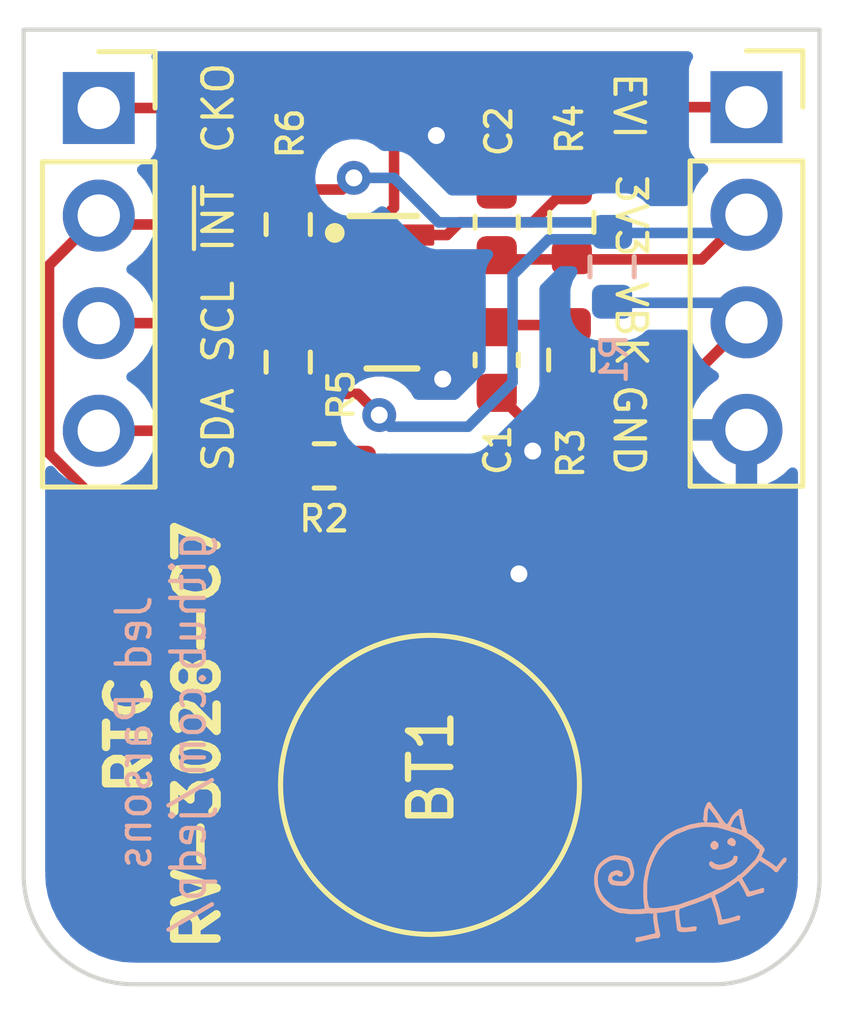
<source format=kicad_pcb>
(kicad_pcb (version 20211014) (generator pcbnew)
  (layers (0 "F.Cu" signal) (31 "B.Cu" signal) (34 "B.Paste" user) (35 "F.Paste" user) (36 "B.SilkS" user "B.Silkscreen") (37 "F.SilkS" user "F.Silkscreen") (38 "B.Mask" user) (39 "F.Mask" user) (44 "Edge.Cuts" user))
  (net 0 "")
  (net 1 "VBAK")
  (net 2 "GND")
  (net 3 "+3V3")
  (net 4 "EVI")
  (net 5 "CLKOUT")
  (net 6 "~{INT}")
  (net 7 "SCL")
  (net 8 "SDA")
  (net 9 "Net-(R3-Pad2)")
  (footprint "Resistor_SMD:R_0603_1608Metric" (layer "F.Cu") (at 145.65 91.1 -90)
    (fp_text reference "R5" (at 0.775 -1.25 90) (layer "F.SilkS") (effects (font (size 0.6 0.6) (thickness 0.1))))
    (fp_text value "10k" hide)
    (pad "1" smd roundrect (at -0.825 0 270) (size 0.8 0.95) (layers "F.Cu" "F.Paste" "F.Mask") (net 8 "SDA"))
    (pad "2" smd roundrect (at 0.825 0 270) (size 0.8 0.95) (layers "F.Cu" "F.Paste" "F.Mask") (net 3 "+3V3"))
  )
  (footprint "Resistor_SMD:R_0603_1608Metric" (layer "F.Cu") (at 152.325 91.05 90)
    (fp_text reference "R3" (at -2.2 0 90) (layer "F.SilkS") (effects (font (size 0.6 0.6) (thickness 0.1))))
    (fp_text value "1k" hide)
    (pad "1" smd roundrect (at -0.825 0 90) (size 0.8 0.95) (layers "F.Cu" "F.Paste" "F.Mask") (net 1 "VBAK"))
    (pad "2" smd roundrect (at 0.825 0 90) (size 0.8 0.95) (layers "F.Cu" "F.Paste" "F.Mask") (net 9 "Net-(R3-Pad2)"))
  )
  (footprint "Connector_PinSocket_2.54mm:PinSocket_1x04_P2.54mm_Vertical" (layer "F.Cu") (at 156.475 85.08)
    (fp_text reference "J1" hide)
    (fp_text value "Conn_01x04_Female" hide)
    (pad "1" thru_hole rect (at 0 0) (size 1.7 1.7) (drill 1) (layers *.Cu *.Mask) (net 4 "EVI"))
    (pad "2" thru_hole oval (at 0 2.54) (size 1.7 1.7) (drill 1) (layers *.Cu *.Mask) (net 3 "+3V3"))
    (pad "3" thru_hole oval (at 0 5.08) (size 1.7 1.7) (drill 1) (layers *.Cu *.Mask) (net 1 "VBAK"))
    (pad "4" thru_hole oval (at 0 7.62) (size 1.7 1.7) (drill 1) (layers *.Cu *.Mask) (net 2 "GND"))
  )
  (footprint "Capacitor_SMD:C_0603_1608Metric" (layer "F.Cu") (at 150.575 87.8 90)
    (fp_text reference "C2" (at 2.15 0.05 90) (layer "F.SilkS") (effects (font (size 0.6 0.6) (thickness 0.1))))
    (fp_text value "0.1µ" hide)
    (pad "1" smd roundrect (at -0.775 0 90) (size 0.9 0.95) (layers "F.Cu" "F.Paste" "F.Mask") (net 3 "+3V3"))
    (pad "2" smd roundrect (at 0.775 0 90) (size 0.9 0.95) (layers "F.Cu" "F.Paste" "F.Mask") (net 2 "GND"))
  )
  (footprint "Connector_PinSocket_2.54mm:PinSocket_1x04_P2.54mm_Vertical" (layer "F.Cu") (at 141.175 85.1)
    (fp_text reference "J2" hide)
    (fp_text value "Conn_01x04_Female" hide)
    (pad "1" thru_hole rect (at 0 0) (size 1.7 1.7) (drill 1) (layers *.Cu *.Mask) (net 5 "CLKOUT"))
    (pad "2" thru_hole oval (at 0 2.54) (size 1.7 1.7) (drill 1) (layers *.Cu *.Mask) (net 6 "~{INT}"))
    (pad "3" thru_hole oval (at 0 5.08) (size 1.7 1.7) (drill 1) (layers *.Cu *.Mask) (net 7 "SCL"))
    (pad "4" thru_hole oval (at 0 7.62) (size 1.7 1.7) (drill 1) (layers *.Cu *.Mask) (net 8 "SDA"))
  )
  (footprint "Capacitor_SMD:C_0603_1608Metric" (layer "F.Cu") (at 150.575 91.05 -90)
    (fp_text reference "C1" (at 2.125 -0.025 90) (layer "F.SilkS") (effects (font (size 0.6 0.6) (thickness 0.1))))
    (fp_text value "0.1µ" hide)
    (pad "1" smd roundrect (at -0.775 0 270) (size 0.9 0.95) (layers "F.Cu" "F.Paste" "F.Mask") (net 9 "Net-(R3-Pad2)"))
    (pad "2" smd roundrect (at 0.775 0 270) (size 0.9 0.95) (layers "F.Cu" "F.Paste" "F.Mask") (net 2 "GND"))
  )
  (footprint "Resistor_SMD:R_0603_1608Metric" (layer "F.Cu") (at 152.35 87.8 90)
    (fp_text reference "R4" (at 2.2 -0.05 90) (layer "F.SilkS") (effects (font (size 0.6 0.6) (thickness 0.1))))
    (fp_text value "10k" hide)
    (pad "1" smd roundrect (at -0.825 0 90) (size 0.8 0.95) (layers "F.Cu" "F.Paste" "F.Mask") (net 3 "+3V3"))
    (pad "2" smd roundrect (at 0.825 0 90) (size 0.8 0.95) (layers "F.Cu" "F.Paste" "F.Mask") (net 4 "EVI"))
  )
  (footprint "Resistor_SMD:R_0603_1608Metric" (layer "F.Cu") (at 146.5 93.55 180)
    (fp_text reference "R2" (at 0 -1.25) (layer "F.SilkS") (effects (font (size 0.6 0.6) (thickness 0.1))))
    (fp_text value "10k" hide)
    (pad "1" smd roundrect (at -0.825 0 180) (size 0.8 0.95) (layers "F.Cu" "F.Paste" "F.Mask") (net 1 "VBAK"))
    (pad "2" smd roundrect (at 0.825 0 180) (size 0.8 0.95) (layers "F.Cu" "F.Paste" "F.Mask") (net 6 "~{INT}"))
  )
  (footprint "Resistor_SMD:R_0603_1608Metric" (layer "F.Cu") (at 145.65 87.85 90)
    (fp_text reference "R6" (at 2.15 0.05 90) (layer "F.SilkS") (effects (font (size 0.6 0.6) (thickness 0.1))))
    (fp_text value "10k" hide)
    (pad "1" smd roundrect (at -0.825 0 90) (size 0.8 0.95) (layers "F.Cu" "F.Paste" "F.Mask") (net 7 "SCL"))
    (pad "2" smd roundrect (at 0.825 0 90) (size 0.8 0.95) (layers "F.Cu" "F.Paste" "F.Mask") (net 3 "+3V3"))
  )
  (footprint "RTC_Footprints:RV-3028-C7" (layer "F.Cu") (at 148.1 89.45)
    (fp_text reference "U1" hide)
    (fp_text value "RV-3028-C7" hide)
    (pad "1" smd roundrect (at -0.6 -1.35) (size 0.8 0.5) (layers "F.Cu" "F.Paste" "F.Mask") (roundrect_rratio 0.1) (net 5 "CLKOUT"))
    (pad "2" smd roundrect (at -0.6 -0.45) (size 0.8 0.5) (layers "F.Cu" "F.Paste" "F.Mask") (roundrect_rratio 0.1) (net 6 "~{INT}"))
    (pad "3" smd roundrect (at -0.6 0.45) (size 0.8 0.5) (layers "F.Cu" "F.Paste" "F.Mask") (roundrect_rratio 0.1) (net 7 "SCL"))
    (pad "4" smd roundrect (at -0.6 1.35) (size 0.8 0.5) (layers "F.Cu" "F.Paste" "F.Mask") (roundrect_rratio 0.1) (net 8 "SDA"))
    (pad "5" smd roundrect (at 0.6 1.35) (size 0.8 0.5) (layers "F.Cu" "F.Paste" "F.Mask") (roundrect_rratio 0.1) (net 2 "GND"))
    (pad "6" smd roundrect (at 0.6 0.45) (size 0.8 0.5) (layers "F.Cu" "F.Paste" "F.Mask") (roundrect_rratio 0.1) (net 9 "Net-(R3-Pad2)"))
    (pad "7" smd roundrect (at 0.6 -0.45) (size 0.8 0.5) (layers "F.Cu" "F.Paste" "F.Mask") (roundrect_rratio 0.1) (net 3 "+3V3"))
    (pad "8" smd roundrect (at 0.6 -1.35) (size 0.8 0.5) (layers "F.Cu" "F.Paste" "F.Mask") (roundrect_rratio 0.1) (net 4 "EVI"))
  )
  (footprint "Battery:BatteryHolder_Seiko_MS621F" (layer "F.Cu") (at 149 96.081898 90)
    (fp_text reference "BT1" (at -4.6 0.025 90) (layer "F.SilkS"))
    (fp_text value "MS621F")
    (pad "1" smd rect (at 0 -0.75 90) (size 2 0.8) (layers "F.Cu" "F.Paste" "F.Mask") (net 1 "VBAK"))
    (pad "2" smd rect (at 0 0.75 90) (size 2 0.8) (layers "F.Cu" "F.Paste" "F.Mask") (net 2 "GND"))
  )
  (footprint "Resistor_SMD:R_0603_1608Metric" (layer "B.Cu") (at 153.3 88.85 -90)
    (fp_text reference "R1" (at 2.175 -0.05 90) (layer "B.SilkS") (effects (font (size 0.6 0.6) (thickness 0.1)) (justify mirror)))
    (fp_text value "10k" hide)
    (pad "1" smd roundrect (at -0.825 0 270) (size 0.8 0.95) (layers "B.Cu" "B.Paste" "B.Mask") (net 3 "+3V3"))
    (pad "2" smd roundrect (at 0.825 0 270) (size 0.8 0.95) (layers "B.Cu" "B.Paste" "B.Mask") (net 1 "VBAK"))
  )
  (footprint "LOGO" (layer "B.Cu") (at 155.1 103.2 180)
    (fp_text reference "G***" hide)
    (fp_text value "LOGO" hide)
  )
  (gr_circle (center 146.75 88.05) (end 146.908114 88.05) (layer "F.SilkS") (width 0.15) (fill solid))
  (gr_line (start 139.4 83.25) (end 158.2 83.25) (layer "Edge.Cuts") (width 0.1))
  (gr_line (start 139.4 103.15) (end 139.4 83.25) (layer "Edge.Cuts") (width 0.1))
  (gr_line (start 155.8 105.79) (end 142.002674 105.79) (layer "Edge.Cuts") (width 0.1))
  (gr_line (start 158.2 83.25) (end 158.2 103.2) (layer "Edge.Cuts") (width 0.1))
  (gr_arc (start 142.002674 105.79) (mid 140.149063 105.014466) (end 139.4 103.15) (layer "Edge.Cuts") (width 0.1))
  (gr_arc (start 158.2 103.2) (mid 157.534401 104.990198) (end 155.8 105.79) (layer "Edge.Cuts") (width 0.1))
  (gr_text "Jed Parsons\ngithub.com/jedp/" (at 142.65 99.85 90) (layer "B.SilkS") (effects (font (size 0.8 0.7) (thickness 0.1)) (justify mirror)))
  (gr_text "CKO" (at 144 85.1 90) (layer "F.SilkS") (effects (font (size 0.7 0.7) (thickness 0.1))))
  (gr_text "SCL" (at 144 90.15 90) (layer "F.SilkS") (effects (font (size 0.7 0.7) (thickness 0.1))))
  (gr_text "3V3" (at 153.75 87.65 270) (layer "F.SilkS") (effects (font (size 0.7 0.7) (thickness 0.1))))
  (gr_text "EVI" (at 153.7 85.05 270) (layer "F.SilkS") (effects (font (size 0.7 0.7) (thickness 0.1))))
  (gr_text "~{INT}" (at 144 87.7 90) (layer "F.SilkS") (effects (font (size 0.7 0.7) (thickness 0.1))))
  (gr_text "VBK" (at 153.75 90.2 270) (layer "F.SilkS") (effects (font (size 0.7 0.7) (thickness 0.1))))
  (gr_text "GND" (at 153.7 92.7 270) (layer "F.SilkS") (effects (font (size 0.7 0.7) (thickness 0.1))))
  (gr_text "SDA" (at 144 92.7 90) (layer "F.SilkS") (effects (font (size 0.7 0.7) (thickness 0.1))))
  (gr_text "RTC\nRV-3028-C7" (at 142.7 99.9 90) (layer "F.SilkS") (effects (font (size 1 1) (thickness 0.2))))
  (segment (start 154.4675 92.0675) (end 154.4675 92.1675) (width 0.25) (layer "F.Cu") (net 1))
  (segment (start 152.335 94.3) (end 154.4675 92.1675) (width 0.25) (layer "F.Cu") (net 1))
  (segment (start 154.4675 92.1675) (end 154.6925 91.9425) (width 0.25) (layer "F.Cu") (net 1))
  (segment (start 154.275 91.875) (end 154.4675 92.0675) (width 0.25) (layer "F.Cu") (net 1))
  (segment (start 154.275 91.875) (end 154.625 91.875) (width 0.25) (layer "F.Cu") (net 1))
  (segment (start 148.3 94.3) (end 148.3 96.1) (width 0.25) (layer "F.Cu") (net 1))
  (segment (start 147.325 93.55) (end 147.55 93.55) (width 0.25) (layer "F.Cu") (net 1))
  (segment (start 147.55 93.55) (end 148.3 94.3) (width 0.25) (layer "F.Cu") (net 1))
  (segment (start 152.2 91.875) (end 154.275 91.875) (width 0.25) (layer "F.Cu") (net 1))
  (segment (start 154.6925 91.9425) (end 156.475 90.16) (width 0.25) (layer "F.Cu") (net 1))
  (segment (start 148.3 94.3) (end 152.335 94.3) (width 0.25) (layer "F.Cu") (net 1))
  (segment (start 154.625 91.875) (end 154.6925 91.9425) (width 0.25) (layer "F.Cu") (net 1))
  (segment (start 153.3 89.7) (end 156.015 89.7) (width 0.25) (layer "B.Cu") (net 1))
  (segment (start 156.015 89.7) (end 156.475 90.16) (width 0.25) (layer "B.Cu") (net 1))
  (segment (start 150.425 87.025) (end 149.15 85.75) (width 0.25) (layer "F.Cu") (net 2))
  (segment (start 149.6 96.1) (end 151.1 96.1) (width 0.25) (layer "F.Cu") (net 2))
  (segment (start 151.425 92.675) (end 151.425 93.2) (width 0.25) (layer "F.Cu") (net 2))
  (segment (start 150.575 91.825) (end 151.425 92.675) (width 0.25) (layer "F.Cu") (net 2))
  (segment (start 149.3 91.4) (end 148.7 90.8) (width 0.25) (layer "F.Cu") (net 2))
  (segment (start 150.45 87.025) (end 150.425 87.025) (width 0.25) (layer "F.Cu") (net 2))
  (segment (start 149.3 91.5) (end 149.3 91.4) (width 0.25) (layer "F.Cu") (net 2))
  (via (at 149.3 91.5) (size 0.8) (drill 0.4) (layers "F.Cu" "B.Cu") (net 2))
  (via (at 149.15 85.75) (size 0.8) (drill 0.4) (layers "F.Cu" "B.Cu") (net 2))
  (via (at 151.1 96.1) (size 0.8) (drill 0.4) (layers "F.Cu" "B.Cu") (net 2))
  (via (at 151.425 93.2) (size 0.8) (drill 0.4) (layers "F.Cu" "B.Cu") (net 2))
  (segment (start 145.75 87.025) (end 146.925 87.025) (width 0.25) (layer "F.Cu") (net 3))
  (segment (start 150.45 88.675) (end 149.825 88.675) (width 0.25) (layer "F.Cu") (net 3))
  (segment (start 150.45 88.675) (end 152.2 88.675) (width 0.25) (layer "F.Cu") (net 3))
  (segment (start 145.725 91.85) (end 145.65 91.925) (width 0.25) (layer "F.Cu") (net 3))
  (segment (start 147.3 91.85) (end 145.725 91.85) (width 0.25) (layer "F.Cu") (net 3))
  (segment (start 152.2 88.675) (end 155.42 88.675) (width 0.25) (layer "F.Cu") (net 3))
  (segment (start 146.925 87.025) (end 147.2 86.75) (width 0.25) (layer "F.Cu") (net 3))
  (segment (start 147.3 91.85) (end 147.775 92.325) (width 0.25) (layer "F.Cu") (net 3))
  (segment (start 155.42 88.675) (end 156.475 87.62) (width 0.25) (layer "F.Cu") (net 3))
  (segment (start 149.5 89) (end 148.7 89) (width 0.25) (layer "F.Cu") (net 3))
  (segment (start 149.825 88.675) (end 149.5 89) (width 0.25) (layer "F.Cu") (net 3))
  (via (at 147.8 92.35) (size 0.8) (drill 0.4) (layers "F.Cu" "B.Cu") (net 3))
  (via (at 147.2 86.75) (size 0.8) (drill 0.4) (layers "F.Cu" "B.Cu") (net 3))
  (segment (start 153.3 88.05) (end 156.045 88.05) (width 0.25) (layer "B.Cu") (net 3))
  (segment (start 149.9 92.625) (end 150.95 91.575) (width 0.25) (layer "B.Cu") (net 3))
  (segment (start 147.8 92.375) (end 148.05 92.625) (width 0.25) (layer "B.Cu") (net 3))
  (segment (start 150.95 91.575) (end 150.95 89.05) (width 0.25) (layer "B.Cu") (net 3))
  (segment (start 150.95 89.05) (end 151.8 88.2) (width 0.25) (layer "B.Cu") (net 3))
  (segment (start 149.2 87.8) (end 153.05 87.8) (width 0.25) (layer "B.Cu") (net 3))
  (segment (start 153.15 88.2) (end 153.3 88.05) (width 0.25) (layer "B.Cu") (net 3))
  (segment (start 147.8 92.35) (end 147.8 92.375) (width 0.25) (layer "B.Cu") (net 3))
  (segment (start 149.2 87.8) (end 148.15 86.75) (width 0.25) (layer "B.Cu") (net 3))
  (segment (start 156.045 88.05) (end 156.475 87.62) (width 0.25) (layer "B.Cu") (net 3))
  (segment (start 153.05 87.8) (end 153.3 88.05) (width 0.25) (layer "B.Cu") (net 3))
  (segment (start 148.15 86.75) (end 147.2 86.75) (width 0.25) (layer "B.Cu") (net 3))
  (segment (start 151.8 88.2) (end 153.15 88.2) (width 0.25) (layer "B.Cu") (net 3))
  (segment (start 148.05 92.625) (end 149.9 92.625) (width 0.25) (layer "B.Cu") (net 3))
  (segment (start 149.7 87.8) (end 151.425 87.8) (width 0.25) (layer "F.Cu") (net 4))
  (segment (start 154.145 85.08) (end 156.475 85.08) (width 0.25) (layer "F.Cu") (net 4))
  (segment (start 152.2 87.025) (end 154.145 85.08) (width 0.25) (layer "F.Cu") (net 4))
  (segment (start 148.7 88.1) (end 149.4 88.1) (width 0.25) (layer "F.Cu") (net 4))
  (segment (start 149.4 88.1) (end 149.7 87.8) (width 0.25) (layer "F.Cu") (net 4))
  (segment (start 151.425 87.8) (end 152.2 87.025) (width 0.25) (layer "F.Cu") (net 4))
  (segment (start 148.15 87.45) (end 148.15 86.05) (width 0.25) (layer "F.Cu") (net 5))
  (segment (start 148.15 86.05) (end 147.2 85.1) (width 0.25) (layer "F.Cu") (net 5))
  (segment (start 147.2 85.1) (end 141.175 85.1) (width 0.25) (layer "F.Cu") (net 5))
  (segment (start 147.5 88.1) (end 148.15 87.45) (width 0.25) (layer "F.Cu") (net 5))
  (segment (start 147.5 89) (end 147.3 89) (width 0.25) (layer "F.Cu") (net 6))
  (segment (start 140 88.815) (end 140 93.25) (width 0.25) (layer "F.Cu") (net 6))
  (segment (start 140 93.25) (end 141.05 94.3) (width 0.25) (layer "F.Cu") (net 6))
  (segment (start 145.675 93.55) (end 144.925 94.3) (width 0.25) (layer "F.Cu") (net 6))
  (segment (start 147.3 89) (end 146.15 87.85) (width 0.25) (layer "F.Cu") (net 6))
  (segment (start 141.385 87.85) (end 141.175 87.64) (width 0.25) (layer "F.Cu") (net 6))
  (segment (start 146.15 87.85) (end 141.385 87.85) (width 0.25) (layer "F.Cu") (net 6))
  (segment (start 141.05 94.3) (end 144.925 94.3) (width 0.25) (layer "F.Cu") (net 6))
  (segment (start 141.175 87.64) (end 140 88.815) (width 0.25) (layer "F.Cu") (net 6))
  (segment (start 144.18 88.675) (end 142.675 90.18) (width 0.25) (layer "F.Cu") (net 7))
  (segment (start 146.975 89.9) (end 145.75 88.675) (width 0.25) (layer "F.Cu") (net 7))
  (segment (start 147.5 89.9) (end 146.975 89.9) (width 0.25) (layer "F.Cu") (net 7))
  (segment (start 142.675 90.18) (end 141.175 90.18) (width 0.25) (layer "F.Cu") (net 7))
  (segment (start 145.75 88.675) (end 144.18 88.675) (width 0.25) (layer "F.Cu") (net 7))
  (segment (start 145.17 90.225) (end 142.675 92.72) (width 0.25) (layer "F.Cu") (net 8))
  (segment (start 147.5 90.8) (end 146.325 90.8) (width 0.25) (layer "F.Cu") (net 8))
  (segment (start 145.75 90.225) (end 145.17 90.225) (width 0.25) (layer "F.Cu") (net 8))
  (segment (start 142.675 92.72) (end 141.175 92.72) (width 0.25) (layer "F.Cu") (net 8))
  (segment (start 146.325 90.8) (end 145.75 90.225) (width 0.25) (layer "F.Cu") (net 8))
  (segment (start 148.7 89.9) (end 149.35 89.9) (width 0.25) (layer "F.Cu") (net 9))
  (segment (start 149.65 90.2) (end 150.425 90.2) (width 0.25) (layer "F.Cu") (net 9))
  (segment (start 150.45 90.225) (end 152.2 90.225) (width 0.25) (layer "F.Cu") (net 9))
  (segment (start 149.35 89.9) (end 149.65 90.2) (width 0.25) (layer "F.Cu") (net 9))
  (segment (start 150.425 90.2) (end 150.45 90.225) (width 0.25) (layer "F.Cu") (net 9))
  (zone (net 2) (net_name "GND") (layer "B.Cu") (connect_pads (clearance 0.508)) (min_thickness 0.254) (fill yes (thermal_gap 0.508) (thermal_bridge_width 0.508))
    (polygon (pts (xy 159.1 106.75) (xy 138.942135 106.654598) (xy 138.842135 82.554598) (xy 159.1 82.55)))
  )
)
</source>
